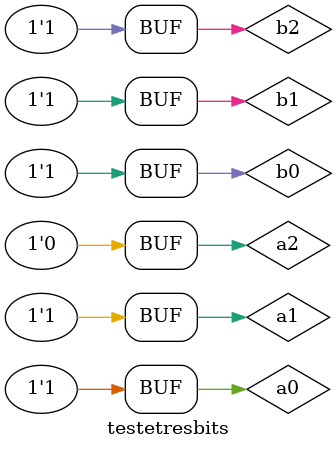
<source format=v>


module meiasoma (s0, s1, a, b);
output s0, s1;
input a, b;

xor XOR ( s0, a, b );
and AND ( s1, a, b );

endmodule // meiasoma


module somacompleta ( s0, s1, a, b, c );
output s0, s1;
input a, b, c;

meiasoma M0 ( s2, s3, a, b) ;
meiasoma M1 ( s0, s4, c, s2);
or       OR0 (s1, s3, s4);

endmodule // somacompleta


module tresbits ( s0, s1, s2, s3, s4, s5, a0, a1, a2, b0, b1, b2 );
output s0, s1, s2, s3, s4, s5;
input a0, a1, a2, b0, b1, b2;

meiasoma T0 ( s0, s4, a0, b0 );
somacompleta T1 ( s1, s5, a1, b1, s4 );
somacompleta T2 ( s2, s3, a2, b2, s5 );

endmodule // tresbits

//--teste

module testetresbits;
reg a0, a1, a2, b0, b1, b2 ;
wire s0, s1, s2, s3;

tresbits TOTAL ( s0, s1, s2, s3, s4, s5, a0, a1, a2, b0, b1, b2 );

 initial begin
      $display("Exercicio01_Guia05 - Marcos Felipe Martins Silva - 415719");
      $display("Test SOMA-COMPLETA (3BITS)");
      $display("\n a  +  b   =  s3s2s1s0\n");
        
		$monitor("  %b%b%b  +  %b%b%b   =  %b%b%b%b",  a2, a1, a0, b2, b1, b0, s3, s2, s1, s0);

       a0=0; a1=0; a2=0; b0=0; b1=0; b2=0;
#1     a0=1; a1=1; a2=1; b0=1; b1=1; b2=1;
#1     a0=0; a1=1; a2=1; b0=1; b1=1; b2=1;
#1     a0=1; a1=1; a2=0; b0=1; b1=1; b2=1;


 end

endmodule // testetresbits


</source>
